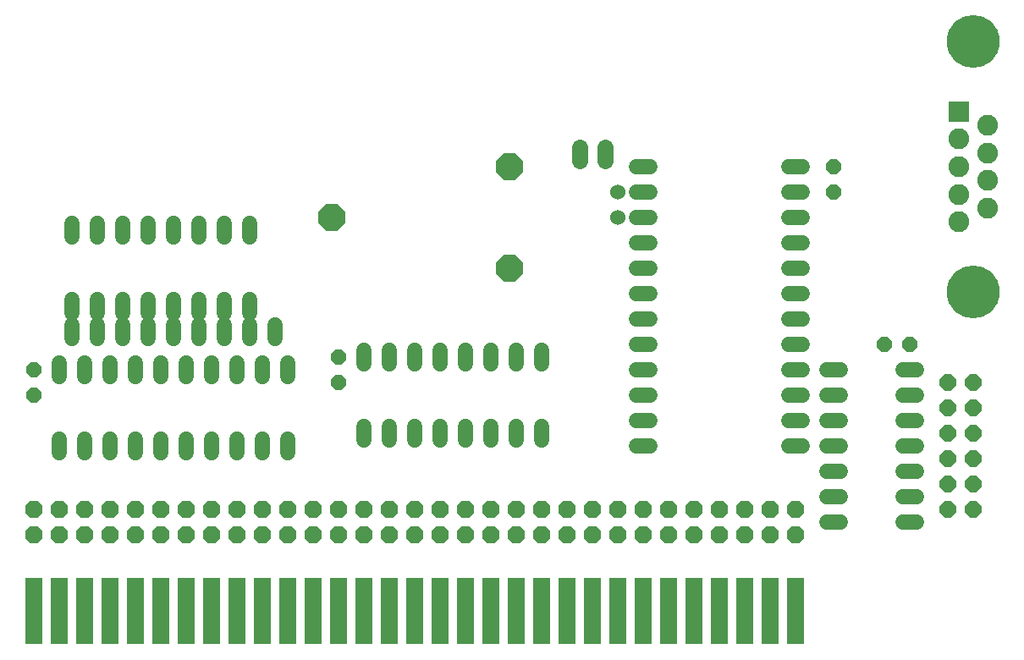
<source format=gts>
G75*
%MOIN*%
%OFA0B0*%
%FSLAX24Y24*%
%IPPOS*%
%LPD*%
%AMOC8*
5,1,8,0,0,1.08239X$1,22.5*
%
%ADD10R,0.0680X0.2630*%
%ADD11OC8,0.0680*%
%ADD12C,0.0600*%
%ADD13C,0.0640*%
%ADD14OC8,0.1080*%
%ADD15C,0.0600*%
%ADD16R,0.0820X0.0820*%
%ADD17C,0.0820*%
%ADD18C,0.2080*%
%ADD19OC8,0.0600*%
%ADD20OC8,0.0640*%
D10*
X001680Y001940D03*
X002680Y001940D03*
X003680Y001940D03*
X004680Y001940D03*
X005680Y001940D03*
X006680Y001940D03*
X007680Y001940D03*
X008680Y001940D03*
X009680Y001940D03*
X010680Y001940D03*
X011680Y001940D03*
X012680Y001940D03*
X013680Y001940D03*
X014680Y001940D03*
X015680Y001940D03*
X016680Y001940D03*
X017680Y001940D03*
X018680Y001940D03*
X019680Y001940D03*
X020680Y001940D03*
X021680Y001940D03*
X022680Y001940D03*
X023680Y001940D03*
X024680Y001940D03*
X025680Y001940D03*
X026680Y001940D03*
X027680Y001940D03*
X028680Y001940D03*
X029680Y001940D03*
X030680Y001940D03*
X031680Y001940D03*
D11*
X031680Y004940D03*
X030680Y004940D03*
X029680Y004940D03*
X028680Y004940D03*
X027680Y004940D03*
X026680Y004940D03*
X025680Y004940D03*
X024680Y004940D03*
X023680Y004940D03*
X022680Y004940D03*
X021680Y004940D03*
X020680Y004940D03*
X019680Y004940D03*
X018680Y004940D03*
X017680Y004940D03*
X016680Y004940D03*
X015680Y004940D03*
X014680Y004940D03*
X013680Y004940D03*
X012680Y004940D03*
X011680Y004940D03*
X010680Y004940D03*
X009680Y004940D03*
X008680Y004940D03*
X007680Y004940D03*
X006680Y004940D03*
X005680Y004940D03*
X004680Y004940D03*
X003680Y004940D03*
X002680Y004940D03*
X001680Y004940D03*
X001680Y005940D03*
X002680Y005940D03*
X003680Y005940D03*
X004680Y005940D03*
X005680Y005940D03*
X006680Y005940D03*
X007680Y005940D03*
X008680Y005940D03*
X009680Y005940D03*
X010680Y005940D03*
X011680Y005940D03*
X012680Y005940D03*
X013680Y005940D03*
X014680Y005940D03*
X015680Y005940D03*
X016680Y005940D03*
X017680Y005940D03*
X018680Y005940D03*
X019680Y005940D03*
X020680Y005940D03*
X021680Y005940D03*
X022680Y005940D03*
X023680Y005940D03*
X024680Y005940D03*
X025680Y005940D03*
X026680Y005940D03*
X027680Y005940D03*
X028680Y005940D03*
X029680Y005940D03*
X030680Y005940D03*
X031680Y005940D03*
D12*
X032920Y005440D02*
X033440Y005440D01*
X033440Y006440D02*
X032920Y006440D01*
X032920Y007440D02*
X033440Y007440D01*
X033440Y008440D02*
X032920Y008440D01*
X031940Y008440D02*
X031420Y008440D01*
X031420Y009440D02*
X031940Y009440D01*
X032920Y009440D02*
X033440Y009440D01*
X033440Y010440D02*
X032920Y010440D01*
X031940Y010440D02*
X031420Y010440D01*
X031420Y011440D02*
X031940Y011440D01*
X032920Y011440D02*
X033440Y011440D01*
X031940Y012440D02*
X031420Y012440D01*
X031420Y013440D02*
X031940Y013440D01*
X031940Y014440D02*
X031420Y014440D01*
X031420Y015440D02*
X031940Y015440D01*
X031940Y016440D02*
X031420Y016440D01*
X031420Y017440D02*
X031940Y017440D01*
X031940Y018440D02*
X031420Y018440D01*
X031420Y019440D02*
X031940Y019440D01*
X025940Y019440D02*
X025420Y019440D01*
X025420Y018440D02*
X025940Y018440D01*
X025940Y017440D02*
X025420Y017440D01*
X025420Y016440D02*
X025940Y016440D01*
X025940Y015440D02*
X025420Y015440D01*
X025420Y014440D02*
X025940Y014440D01*
X025940Y013440D02*
X025420Y013440D01*
X025420Y012440D02*
X025940Y012440D01*
X025940Y011440D02*
X025420Y011440D01*
X025420Y010440D02*
X025940Y010440D01*
X025940Y009440D02*
X025420Y009440D01*
X025420Y008440D02*
X025940Y008440D01*
X021680Y008680D02*
X021680Y009200D01*
X020680Y009200D02*
X020680Y008680D01*
X019680Y008680D02*
X019680Y009200D01*
X018680Y009200D02*
X018680Y008680D01*
X017680Y008680D02*
X017680Y009200D01*
X016680Y009200D02*
X016680Y008680D01*
X015680Y008680D02*
X015680Y009200D01*
X014680Y009200D02*
X014680Y008680D01*
X011680Y008700D02*
X011680Y008180D01*
X010680Y008180D02*
X010680Y008700D01*
X009680Y008700D02*
X009680Y008180D01*
X008680Y008180D02*
X008680Y008700D01*
X007680Y008700D02*
X007680Y008180D01*
X006680Y008180D02*
X006680Y008700D01*
X005680Y008700D02*
X005680Y008180D01*
X004680Y008180D02*
X004680Y008700D01*
X003680Y008700D02*
X003680Y008180D01*
X002680Y008180D02*
X002680Y008700D01*
X002680Y011180D02*
X002680Y011700D01*
X003680Y011700D02*
X003680Y011180D01*
X004680Y011180D02*
X004680Y011700D01*
X005680Y011700D02*
X005680Y011180D01*
X006680Y011180D02*
X006680Y011700D01*
X007680Y011700D02*
X007680Y011180D01*
X008680Y011180D02*
X008680Y011700D01*
X009680Y011700D02*
X009680Y011180D01*
X010680Y011180D02*
X010680Y011700D01*
X011680Y011700D02*
X011680Y011180D01*
X011180Y012680D02*
X011180Y013200D01*
X010180Y013200D02*
X010180Y012680D01*
X009180Y012680D02*
X009180Y013200D01*
X009180Y013680D02*
X009180Y014200D01*
X008180Y014200D02*
X008180Y013680D01*
X008180Y013200D02*
X008180Y012680D01*
X007180Y012680D02*
X007180Y013200D01*
X007180Y013680D02*
X007180Y014200D01*
X006180Y014200D02*
X006180Y013680D01*
X006180Y013200D02*
X006180Y012680D01*
X005180Y012680D02*
X005180Y013200D01*
X005180Y013680D02*
X005180Y014200D01*
X004180Y014200D02*
X004180Y013680D01*
X004180Y013200D02*
X004180Y012680D01*
X003180Y012680D02*
X003180Y013200D01*
X003180Y013680D02*
X003180Y014200D01*
X003180Y016680D02*
X003180Y017200D01*
X004180Y017200D02*
X004180Y016680D01*
X005180Y016680D02*
X005180Y017200D01*
X006180Y017200D02*
X006180Y016680D01*
X007180Y016680D02*
X007180Y017200D01*
X008180Y017200D02*
X008180Y016680D01*
X009180Y016680D02*
X009180Y017200D01*
X010180Y017200D02*
X010180Y016680D01*
X010180Y014200D02*
X010180Y013680D01*
X014680Y012200D02*
X014680Y011680D01*
X015680Y011680D02*
X015680Y012200D01*
X016680Y012200D02*
X016680Y011680D01*
X017680Y011680D02*
X017680Y012200D01*
X018680Y012200D02*
X018680Y011680D01*
X019680Y011680D02*
X019680Y012200D01*
X020680Y012200D02*
X020680Y011680D01*
X021680Y011680D02*
X021680Y012200D01*
X035920Y011440D02*
X036440Y011440D01*
X036440Y010440D02*
X035920Y010440D01*
X035920Y009440D02*
X036440Y009440D01*
X036440Y008440D02*
X035920Y008440D01*
X035920Y007440D02*
X036440Y007440D01*
X036440Y006440D02*
X035920Y006440D01*
X035920Y005440D02*
X036440Y005440D01*
D13*
X024180Y019660D02*
X024180Y020220D01*
X023180Y020220D02*
X023180Y019660D01*
D14*
X020430Y019440D03*
X020430Y015440D03*
X013430Y017440D03*
D15*
X024680Y017440D03*
X024680Y018440D03*
D16*
X038121Y021621D03*
D17*
X039239Y021074D03*
X038121Y020531D03*
X039239Y019983D03*
X038121Y019440D03*
X039239Y018897D03*
X038121Y018349D03*
X039239Y017806D03*
X038121Y017259D03*
D18*
X038680Y014519D03*
X038680Y024361D03*
D19*
X033180Y019440D03*
X033180Y018440D03*
X035180Y012440D03*
X036180Y012440D03*
X013680Y011940D03*
X013680Y010940D03*
X001680Y010440D03*
X001680Y011440D03*
D20*
X037680Y010940D03*
X038680Y010940D03*
X038680Y009940D03*
X037680Y009940D03*
X037680Y008940D03*
X038680Y008940D03*
X038680Y007940D03*
X037680Y007940D03*
X037680Y006940D03*
X038680Y006940D03*
X038680Y005940D03*
X037680Y005940D03*
M02*

</source>
